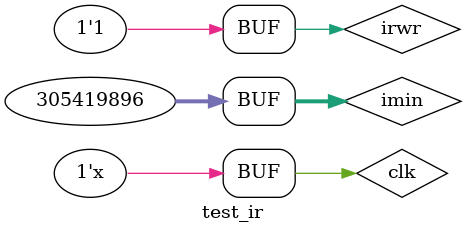
<source format=v>
module test_ir;
  reg clk,irwr;
  reg [31:0] imin;
  wire [31:0] irout;

  ir ir1(clk, irwr, imin, irout);
    initial
    begin
      clk = 0;
      irwr = 0;
      imin = 32'h1234_5678;
      
      # 200
      irwr = 1;
      
    end
    
    always
      # 50 
      clk = ~clk;
      
endmodule
</source>
